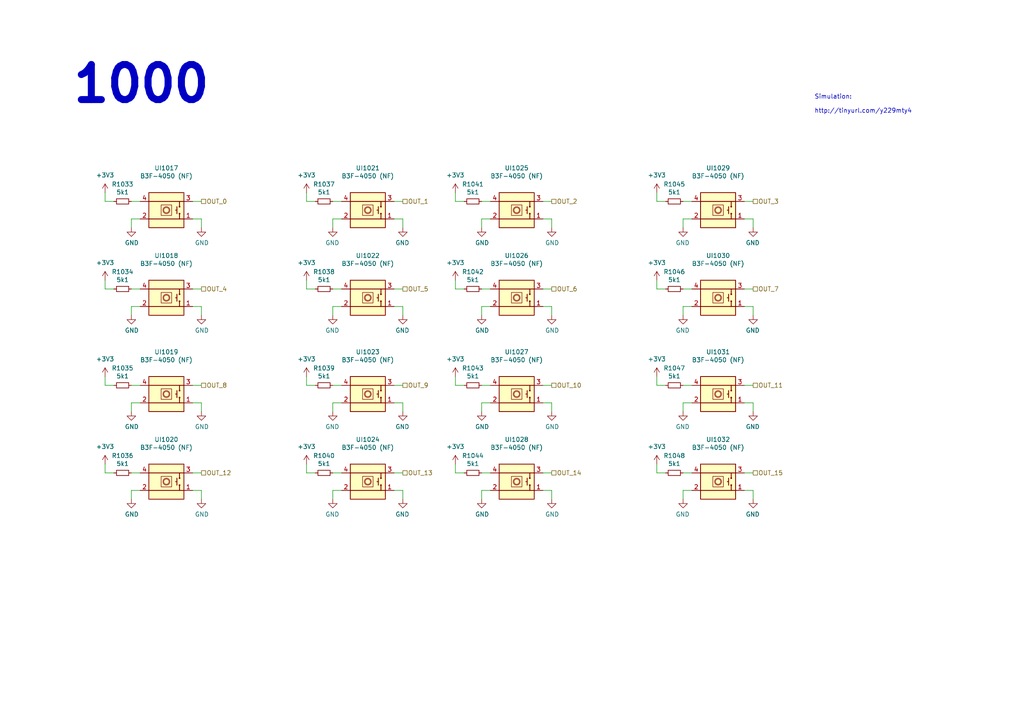
<source format=kicad_sch>
(kicad_sch (version 20230121) (generator eeschema)
  (paper "A4")
  (lib_symbols
    (symbol "power:+3V3" (power) (pin_names (offset 0))
      (property "Value" "+3V3" (at 0 3.556 0))
      (symbol "+3V3_0_1"
        (polyline (pts (xy -0.762 1.27) (xy 0 2.54)))
        (polyline (pts (xy 0 0) (xy 0 2.54)))
        (polyline (pts (xy 0 2.54) (xy 0.762 1.27)))
      )
      (symbol "+3V3_1_1"
        (pin power_in line (at 0 0 90) (length 0) hide (name "+3V3") (number "1"))
      )
    )
    (symbol "power:GND" (power) (pin_names (offset 0))
      (property "Value" "GND" (at 0 -3.81 0))
      (symbol "GND_0_1"
        (polyline (pts (xy 0 0) (xy 0 -1.27) (xy 1.27 -1.27) (xy 0 -2.54) (xy -1.27 -1.27) (xy 0 -1.27)))
      )
      (symbol "GND_1_1"
        (pin power_in line (at 0 0 270) (length 0) hide (name "GND") (number "1"))
      )
    )
    (symbol "suku_basics:RES" (pin_numbers hide) (pin_names (offset 0.254) hide)
      (property "Reference" "R" (at 0.762 0.508 0))
      (property "Value" "RES" (at 0.762 -1.016 0))
      (symbol "RES_1_1"
        (rectangle (start -0.762 1.778) (end 0.762 -1.778) (stroke (width 0.2032)))
        (pin passive line (at 0 2.54 270) (length 0.762) (name "~") (number "1"))
        (pin passive line (at 0 -2.54 90) (length 0.762) (name "~") (number "2"))
      )
    )
    (symbol "suku_basics:UI_Pushbutton_Omron" (pin_names (offset 0.254) hide)
      (property "Reference" "UI" (at 0 11.684 0))
      (property "Value" "UI_Pushbutton_Omron" (at 0 -11.684 0))
      (symbol "UI_Pushbutton_Omron_0_1"
        (rectangle (start -5.08 5.08) (end 5.08 -5.08) (stroke (width 0.254)) (fill (type background)))
        (rectangle (start -1.524 1.524) (end 1.524 -1.524))
        (polyline (pts (xy 3.048 0) (xy 2.667 0)) (stroke (width 0.254)))
        (polyline (pts (xy 3.048 1.016) (xy 3.048 -1.016)) (stroke (width 0.254)))
        (polyline (pts (xy 5.08 -2.54) (xy 3.81 -2.54) (xy 3.81 -1.016)) (stroke (width 0.254)))
        (polyline (pts (xy 5.08 2.54) (xy 3.81 2.54) (xy 3.81 1.016)) (stroke (width 0.254)))
        (circle (center 0 0) (radius 0.762))
        (circle (center 0 0) (radius 1.016))
        (circle (center 3.81 -1.016) (radius 0.127) (stroke (width 0.254)))
        (circle (center 3.81 1.016) (radius 0.127) (stroke (width 0.254)))
      )
      (symbol "UI_Pushbutton_Omron_1_1"
        (polyline (pts (xy 3.81 -2.54) (xy 3.048 -2.54) (xy -5.08 -2.54)) (stroke (width 0.254)))
        (polyline (pts (xy 3.81 2.54) (xy 3.048 2.54) (xy -5.08 2.54)) (stroke (width 0.254)))
        (pin passive line (at 7.62 -2.54 180) (length 2.54) (name "1") (number "1"))
        (pin passive line (at -7.62 -2.54 0) (length 2.54) (name "2") (number "2"))
        (pin passive line (at 7.62 2.54 180) (length 2.54) (name "3") (number "3"))
        (pin passive line (at -7.62 2.54 0) (length 2.54) (name "4") (number "4"))
        (pin no_connect line (at 0 -7.62 90) (length 2.54) hide (name "5") (number "5"))
        (pin no_connect line (at 0 7.62 270) (length 2.54) hide (name "6") (number "6"))
      )
    )
  )
  (wire (pts (xy 132.08 55.88) (xy 132.08 58.42)))
  (wire (pts (xy 142.24 111.76) (xy 139.7 111.76)))
  (wire (pts (xy 157.48 58.42) (xy 160.02 58.42)))
  (wire (pts (xy 200.66 58.42) (xy 198.12 58.42)))
  (wire (pts (xy 58.42 63.5) (xy 55.88 63.5)))
  (wire (pts (xy 116.84 116.84) (xy 114.3 116.84)))
  (wire (pts (xy 30.48 81.28) (xy 30.48 83.82)))
  (wire (pts (xy 198.12 119.38) (xy 198.12 116.84)))
  (wire (pts (xy 160.02 63.5) (xy 157.48 63.5)))
  (wire (pts (xy 190.5 111.76) (xy 193.04 111.76)))
  (wire (pts (xy 132.08 81.28) (xy 132.08 83.82)))
  (wire (pts (xy 218.44 137.16) (xy 215.9 137.16)))
  (wire (pts (xy 198.12 66.04) (xy 198.12 63.5)))
  (wire (pts (xy 99.06 111.76) (xy 96.52 111.76)))
  (wire (pts (xy 218.44 58.42) (xy 215.9 58.42)))
  (wire (pts (xy 40.64 111.76) (xy 38.1 111.76)))
  (wire (pts (xy 30.48 55.88) (xy 30.48 58.42)))
  (wire (pts (xy 116.84 111.76) (xy 114.3 111.76)))
  (wire (pts (xy 142.24 58.42) (xy 139.7 58.42)))
  (wire (pts (xy 218.44 63.5) (xy 215.9 63.5)))
  (wire (pts (xy 139.7 116.84) (xy 142.24 116.84)))
  (wire (pts (xy 218.44 88.9) (xy 215.9 88.9)))
  (wire (pts (xy 96.52 63.5) (xy 99.06 63.5)))
  (wire (pts (xy 218.44 91.44) (xy 218.44 88.9)))
  (wire (pts (xy 58.42 116.84) (xy 55.88 116.84)))
  (wire (pts (xy 55.88 111.76) (xy 58.42 111.76)))
  (wire (pts (xy 160.02 119.38) (xy 160.02 116.84)))
  (wire (pts (xy 88.9 58.42) (xy 88.9 55.88)))
  (wire (pts (xy 99.06 58.42) (xy 96.52 58.42)))
  (wire (pts (xy 160.02 66.04) (xy 160.02 63.5)))
  (wire (pts (xy 157.48 83.82) (xy 160.02 83.82)))
  (wire (pts (xy 40.64 83.82) (xy 38.1 83.82)))
  (wire (pts (xy 198.12 63.5) (xy 200.66 63.5)))
  (wire (pts (xy 190.5 83.82) (xy 190.5 81.28)))
  (wire (pts (xy 116.84 91.44) (xy 116.84 88.9)))
  (wire (pts (xy 198.12 88.9) (xy 200.66 88.9)))
  (wire (pts (xy 132.08 83.82) (xy 134.62 83.82)))
  (wire (pts (xy 38.1 142.24) (xy 40.64 142.24)))
  (wire (pts (xy 38.1 144.78) (xy 38.1 142.24)))
  (wire (pts (xy 38.1 119.38) (xy 38.1 116.84)))
  (wire (pts (xy 30.48 137.16) (xy 33.02 137.16)))
  (wire (pts (xy 139.7 88.9) (xy 142.24 88.9)))
  (wire (pts (xy 200.66 83.82) (xy 198.12 83.82)))
  (wire (pts (xy 218.44 144.78) (xy 218.44 142.24)))
  (wire (pts (xy 88.9 137.16) (xy 88.9 134.62)))
  (wire (pts (xy 198.12 142.24) (xy 200.66 142.24)))
  (wire (pts (xy 58.42 142.24) (xy 55.88 142.24)))
  (wire (pts (xy 116.84 63.5) (xy 114.3 63.5)))
  (wire (pts (xy 38.1 63.5) (xy 40.64 63.5)))
  (wire (pts (xy 99.06 83.82) (xy 96.52 83.82)))
  (wire (pts (xy 55.88 58.42) (xy 58.42 58.42)))
  (wire (pts (xy 30.48 109.22) (xy 30.48 111.76)))
  (wire (pts (xy 160.02 91.44) (xy 160.02 88.9)))
  (wire (pts (xy 55.88 83.82) (xy 58.42 83.82)))
  (wire (pts (xy 160.02 116.84) (xy 157.48 116.84)))
  (wire (pts (xy 96.52 116.84) (xy 99.06 116.84)))
  (wire (pts (xy 139.7 66.04) (xy 139.7 63.5)))
  (wire (pts (xy 116.84 58.42) (xy 114.3 58.42)))
  (wire (pts (xy 96.52 142.24) (xy 99.06 142.24)))
  (wire (pts (xy 96.52 91.44) (xy 96.52 88.9)))
  (wire (pts (xy 190.5 83.82) (xy 193.04 83.82)))
  (wire (pts (xy 218.44 116.84) (xy 215.9 116.84)))
  (wire (pts (xy 38.1 116.84) (xy 40.64 116.84)))
  (wire (pts (xy 157.48 137.16) (xy 160.02 137.16)))
  (wire (pts (xy 116.84 83.82) (xy 114.3 83.82)))
  (wire (pts (xy 160.02 144.78) (xy 160.02 142.24)))
  (wire (pts (xy 139.7 142.24) (xy 142.24 142.24)))
  (wire (pts (xy 218.44 83.82) (xy 215.9 83.82)))
  (wire (pts (xy 190.5 58.42) (xy 193.04 58.42)))
  (wire (pts (xy 218.44 66.04) (xy 218.44 63.5)))
  (wire (pts (xy 40.64 137.16) (xy 38.1 137.16)))
  (wire (pts (xy 116.84 144.78) (xy 116.84 142.24)))
  (wire (pts (xy 190.5 137.16) (xy 193.04 137.16)))
  (wire (pts (xy 58.42 66.04) (xy 58.42 63.5)))
  (wire (pts (xy 198.12 116.84) (xy 200.66 116.84)))
  (wire (pts (xy 198.12 91.44) (xy 198.12 88.9)))
  (wire (pts (xy 40.64 58.42) (xy 38.1 58.42)))
  (wire (pts (xy 190.5 58.42) (xy 190.5 55.88)))
  (wire (pts (xy 88.9 83.82) (xy 91.44 83.82)))
  (wire (pts (xy 116.84 137.16) (xy 114.3 137.16)))
  (wire (pts (xy 55.88 137.16) (xy 58.42 137.16)))
  (wire (pts (xy 30.48 134.62) (xy 30.48 137.16)))
  (wire (pts (xy 132.08 109.22) (xy 132.08 111.76)))
  (wire (pts (xy 218.44 111.76) (xy 215.9 111.76)))
  (wire (pts (xy 99.06 137.16) (xy 96.52 137.16)))
  (wire (pts (xy 132.08 111.76) (xy 134.62 111.76)))
  (wire (pts (xy 88.9 83.82) (xy 88.9 81.28)))
  (wire (pts (xy 142.24 83.82) (xy 139.7 83.82)))
  (wire (pts (xy 58.42 91.44) (xy 58.42 88.9)))
  (wire (pts (xy 88.9 111.76) (xy 91.44 111.76)))
  (wire (pts (xy 30.48 111.76) (xy 33.02 111.76)))
  (wire (pts (xy 88.9 137.16) (xy 91.44 137.16)))
  (wire (pts (xy 142.24 137.16) (xy 139.7 137.16)))
  (wire (pts (xy 96.52 144.78) (xy 96.52 142.24)))
  (wire (pts (xy 58.42 144.78) (xy 58.42 142.24)))
  (wire (pts (xy 38.1 91.44) (xy 38.1 88.9)))
  (wire (pts (xy 30.48 83.82) (xy 33.02 83.82)))
  (wire (pts (xy 116.84 142.24) (xy 114.3 142.24)))
  (wire (pts (xy 38.1 66.04) (xy 38.1 63.5)))
  (wire (pts (xy 190.5 111.76) (xy 190.5 109.22)))
  (wire (pts (xy 218.44 119.38) (xy 218.44 116.84)))
  (wire (pts (xy 190.5 137.16) (xy 190.5 134.62)))
  (wire (pts (xy 218.44 142.24) (xy 215.9 142.24)))
  (wire (pts (xy 58.42 119.38) (xy 58.42 116.84)))
  (wire (pts (xy 200.66 111.76) (xy 198.12 111.76)))
  (wire (pts (xy 38.1 88.9) (xy 40.64 88.9)))
  (wire (pts (xy 58.42 88.9) (xy 55.88 88.9)))
  (wire (pts (xy 116.84 119.38) (xy 116.84 116.84)))
  (wire (pts (xy 139.7 144.78) (xy 139.7 142.24)))
  (wire (pts (xy 96.52 119.38) (xy 96.52 116.84)))
  (wire (pts (xy 157.48 111.76) (xy 160.02 111.76)))
  (wire (pts (xy 116.84 88.9) (xy 114.3 88.9)))
  (wire (pts (xy 96.52 88.9) (xy 99.06 88.9)))
  (wire (pts (xy 198.12 144.78) (xy 198.12 142.24)))
  (wire (pts (xy 160.02 88.9) (xy 157.48 88.9)))
  (wire (pts (xy 139.7 91.44) (xy 139.7 88.9)))
  (wire (pts (xy 132.08 134.62) (xy 132.08 137.16)))
  (wire (pts (xy 139.7 63.5) (xy 142.24 63.5)))
  (wire (pts (xy 160.02 142.24) (xy 157.48 142.24)))
  (wire (pts (xy 139.7 119.38) (xy 139.7 116.84)))
  (wire (pts (xy 116.84 66.04) (xy 116.84 63.5)))
  (wire (pts (xy 132.08 137.16) (xy 134.62 137.16)))
  (wire (pts (xy 200.66 137.16) (xy 198.12 137.16)))
  (wire (pts (xy 88.9 58.42) (xy 91.44 58.42)))
  (wire (pts (xy 88.9 111.76) (xy 88.9 109.22)))
  (wire (pts (xy 30.48 58.42) (xy 33.02 58.42)))
  (wire (pts (xy 96.52 66.04) (xy 96.52 63.5)))
  (wire (pts (xy 132.08 58.42) (xy 134.62 58.42)))
  (text "1000" (at 20.32 30.48 0) (effects (font (size 10.16 10.16) (thickness 2.032) bold) (justify left bottom)))
  (text "Simulation:\n\nhttp://tinyurl.com/y229mty4" (at 236.22 33.02 0) (effects (font (size 1.27 1.27)) (justify left bottom)))
  (hierarchical_label "OUT_3" (shape passive) (at 218.44 58.42 0))
  (hierarchical_label "OUT_5" (shape passive) (at 116.84 83.82 0))
  (hierarchical_label "OUT_13" (shape passive) (at 116.84 137.16 0))
  (hierarchical_label "OUT_2" (shape passive) (at 160.02 58.42 0))
  (hierarchical_label "OUT_12" (shape passive) (at 58.42 137.16 0))
  (hierarchical_label "OUT_11" (shape passive) (at 218.44 111.76 0))
  (hierarchical_label "OUT_10" (shape passive) (at 160.02 111.76 0))
  (hierarchical_label "OUT_0" (shape passive) (at 58.42 58.42 0))
  (hierarchical_label "OUT_7" (shape passive) (at 218.44 83.82 0))
  (hierarchical_label "OUT_6" (shape passive) (at 160.02 83.82 0))
  (hierarchical_label "OUT_9" (shape passive) (at 116.84 111.76 0))
  (hierarchical_label "OUT_8" (shape passive) (at 58.42 111.76 0))
  (hierarchical_label "OUT_1" (shape passive) (at 116.84 58.42 0))
  (hierarchical_label "OUT_4" (shape passive) (at 58.42 83.82 0))
  (hierarchical_label "OUT_14" (shape passive) (at 160.02 137.16 0))
  (hierarchical_label "OUT_15" (shape passive) (at 218.44 137.16 0))
  (symbol (lib_id "suku_basics:UI_Pushbutton_Omron") (at 48.26 139.7 0) (unit 1)
    (property "Reference" "UI1020" (at 48.26 127.4826 0))
    (property "Value" "B3F-4050 (NF)" (at 48.26 129.794 0))
    (property "Footprint" "suku_basics:UI_BUTTON_OMRON" (effects hide))
  )
  (symbol (lib_id "suku_basics:UI_Pushbutton_Omron") (at 106.68 139.7 0) (unit 1)
    (property "Reference" "UI1024" (at 106.68 127.4826 0))
    (property "Value" "B3F-4050 (NF)" (at 106.68 129.794 0))
    (property "Footprint" "suku_basics:UI_BUTTON_OMRON" (effects hide))
  )
  (symbol (lib_id "suku_basics:UI_Pushbutton_Omron") (at 149.86 139.7 0) (unit 1)
    (property "Reference" "UI1028" (at 149.86 127.4826 0))
    (property "Value" "B3F-4050 (NF)" (at 149.86 129.794 0))
    (property "Footprint" "suku_basics:UI_BUTTON_OMRON" (effects hide))
  )
  (symbol (lib_id "suku_basics:UI_Pushbutton_Omron") (at 208.28 139.7 0) (unit 1)
    (property "Reference" "UI1032" (at 208.28 127.4826 0))
    (property "Value" "B3F-4050 (NF)" (at 208.28 129.794 0))
    (property "Footprint" "suku_basics:UI_BUTTON_OMRON" (effects hide))
  )
  (symbol (lib_id "power:GND") (at 38.1 144.78 0) (unit 1)
    (property "Reference" "#PWR01064" (effects hide))
    (property "Value" "GND" (at 38.227 149.1742 0))
  )
  (symbol (lib_id "power:GND") (at 58.42 144.78 0) (unit 1)
    (property "Reference" "#PWR01068" (effects hide))
    (property "Value" "GND" (at 58.547 149.1742 0))
  )
  (symbol (lib_id "suku_basics:RES") (at 35.56 137.16 270) (unit 1)
    (property "Reference" "R1036" (at 35.56 132.1816 90))
    (property "Value" "5k1" (at 35.56 134.493 90))
    (property "Footprint" "suku_basics:RES_0402" (effects hide))
  )
  (symbol (lib_id "power:GND") (at 116.84 144.78 0) (mirror y) (unit 1)
    (property "Reference" "#PWR01080" (effects hide))
    (property "Value" "GND" (at 116.713 149.1742 0))
  )
  (symbol (lib_id "power:GND") (at 96.52 144.78 0) (mirror y) (unit 1)
    (property "Reference" "#PWR01076" (effects hide))
    (property "Value" "GND" (at 96.393 149.1742 0))
  )
  (symbol (lib_id "suku_basics:RES") (at 93.98 137.16 270) (unit 1)
    (property "Reference" "R1040" (at 93.98 132.1816 90))
    (property "Value" "5k1" (at 93.98 134.493 90))
    (property "Footprint" "suku_basics:RES_0402" (effects hide))
  )
  (symbol (lib_id "power:GND") (at 139.7 144.78 0) (unit 1)
    (property "Reference" "#PWR01088" (effects hide))
    (property "Value" "GND" (at 139.827 149.1742 0))
  )
  (symbol (lib_id "power:GND") (at 160.02 144.78 0) (unit 1)
    (property "Reference" "#PWR01092" (effects hide))
    (property "Value" "GND" (at 160.147 149.1742 0))
  )
  (symbol (lib_id "suku_basics:RES") (at 137.16 137.16 270) (unit 1)
    (property "Reference" "R1044" (at 137.16 132.1816 90))
    (property "Value" "5k1" (at 137.16 134.493 90))
    (property "Footprint" "suku_basics:RES_0402" (effects hide))
  )
  (symbol (lib_id "power:GND") (at 218.44 144.78 0) (mirror y) (unit 1)
    (property "Reference" "#PWR01104" (effects hide))
    (property "Value" "GND" (at 218.313 149.1742 0))
  )
  (symbol (lib_id "power:GND") (at 198.12 144.78 0) (mirror y) (unit 1)
    (property "Reference" "#PWR01100" (effects hide))
    (property "Value" "GND" (at 197.993 149.1742 0))
  )
  (symbol (lib_id "suku_basics:RES") (at 195.58 137.16 270) (unit 1)
    (property "Reference" "R1048" (at 195.58 132.1816 90))
    (property "Value" "5k1" (at 195.58 134.493 90))
    (property "Footprint" "suku_basics:RES_0402" (effects hide))
  )
  (symbol (lib_id "power:GND") (at 96.52 66.04 0) (mirror y) (unit 1)
    (property "Reference" "#PWR01073" (effects hide))
    (property "Value" "GND" (at 96.393 70.4342 0))
  )
  (symbol (lib_id "power:GND") (at 218.44 91.44 0) (mirror y) (unit 1)
    (property "Reference" "#PWR01102" (effects hide))
    (property "Value" "GND" (at 218.313 95.8342 0))
  )
  (symbol (lib_id "power:+3V3") (at 132.08 109.22 0) (unit 1)
    (property "Reference" "#PWR01083" (effects hide))
    (property "Value" "+3V3" (at 132.08 104.14 0))
  )
  (symbol (lib_id "power:GND") (at 96.52 91.44 0) (mirror y) (unit 1)
    (property "Reference" "#PWR01074" (effects hide))
    (property "Value" "GND" (at 96.393 95.8342 0))
  )
  (symbol (lib_id "suku_basics:RES") (at 137.16 58.42 270) (unit 1)
    (property "Reference" "R1041" (at 137.16 53.4416 90))
    (property "Value" "5k1" (at 137.16 55.753 90))
    (property "Footprint" "suku_basics:RES_0402" (effects hide))
  )
  (symbol (lib_id "power:GND") (at 96.52 119.38 0) (mirror y) (unit 1)
    (property "Reference" "#PWR01075" (effects hide))
    (property "Value" "GND" (at 96.393 123.7742 0))
  )
  (symbol (lib_id "power:+3V3") (at 190.5 109.22 0) (mirror y) (unit 1)
    (property "Reference" "#PWR01095" (effects hide))
    (property "Value" "+3V3" (at 190.5 104.14 0))
  )
  (symbol (lib_id "power:+3V3") (at 30.48 134.62 0) (unit 1)
    (property "Reference" "#PWR01060" (effects hide))
    (property "Value" "+3V3" (at 30.48 129.54 0))
  )
  (symbol (lib_id "suku_basics:UI_Pushbutton_Omron") (at 106.68 86.36 0) (unit 1)
    (property "Reference" "UI1022" (at 106.68 74.1426 0))
    (property "Value" "B3F-4050 (NF)" (at 106.68 76.454 0))
    (property "Footprint" "suku_basics:UI_BUTTON_OMRON" (effects hide))
  )
  (symbol (lib_id "power:+3V3") (at 132.08 134.62 0) (unit 1)
    (property "Reference" "#PWR01084" (effects hide))
    (property "Value" "+3V3" (at 132.08 129.54 0))
  )
  (symbol (lib_id "power:+3V3") (at 132.08 81.28 0) (unit 1)
    (property "Reference" "#PWR01082" (effects hide))
    (property "Value" "+3V3" (at 132.08 76.2 0))
  )
  (symbol (lib_id "power:GND") (at 38.1 119.38 0) (unit 1)
    (property "Reference" "#PWR01063" (effects hide))
    (property "Value" "GND" (at 38.227 123.7742 0))
  )
  (symbol (lib_id "suku_basics:UI_Pushbutton_Omron") (at 149.86 114.3 0) (unit 1)
    (property "Reference" "UI1027" (at 149.86 102.0826 0))
    (property "Value" "B3F-4050 (NF)" (at 149.86 104.394 0))
    (property "Footprint" "suku_basics:UI_BUTTON_OMRON" (effects hide))
  )
  (symbol (lib_id "suku_basics:UI_Pushbutton_Omron") (at 106.68 114.3 0) (unit 1)
    (property "Reference" "UI1023" (at 106.68 102.0826 0))
    (property "Value" "B3F-4050 (NF)" (at 106.68 104.394 0))
    (property "Footprint" "suku_basics:UI_BUTTON_OMRON" (effects hide))
  )
  (symbol (lib_id "power:GND") (at 58.42 119.38 0) (unit 1)
    (property "Reference" "#PWR01067" (effects hide))
    (property "Value" "GND" (at 58.547 123.7742 0))
  )
  (symbol (lib_id "suku_basics:RES") (at 93.98 58.42 270) (unit 1)
    (property "Reference" "R1037" (at 93.98 53.4416 90))
    (property "Value" "5k1" (at 93.98 55.753 90))
    (property "Footprint" "suku_basics:RES_0402" (effects hide))
  )
  (symbol (lib_id "power:GND") (at 139.7 91.44 0) (unit 1)
    (property "Reference" "#PWR01086" (effects hide))
    (property "Value" "GND" (at 139.827 95.8342 0))
  )
  (symbol (lib_id "power:GND") (at 38.1 66.04 0) (unit 1)
    (property "Reference" "#PWR01061" (effects hide))
    (property "Value" "GND" (at 38.227 70.4342 0))
  )
  (symbol (lib_id "power:GND") (at 139.7 119.38 0) (unit 1)
    (property "Reference" "#PWR01087" (effects hide))
    (property "Value" "GND" (at 139.827 123.7742 0))
  )
  (symbol (lib_id "power:GND") (at 198.12 119.38 0) (mirror y) (unit 1)
    (property "Reference" "#PWR01099" (effects hide))
    (property "Value" "GND" (at 197.993 123.7742 0))
  )
  (symbol (lib_id "power:+3V3") (at 88.9 134.62 0) (mirror y) (unit 1)
    (property "Reference" "#PWR01072" (effects hide))
    (property "Value" "+3V3" (at 88.9 129.54 0))
  )
  (symbol (lib_id "power:+3V3") (at 190.5 134.62 0) (mirror y) (unit 1)
    (property "Reference" "#PWR01096" (effects hide))
    (property "Value" "+3V3" (at 190.5 129.54 0))
  )
  (symbol (lib_id "power:GND") (at 116.84 91.44 0) (mirror y) (unit 1)
    (property "Reference" "#PWR01078" (effects hide))
    (property "Value" "GND" (at 116.713 95.8342 0))
  )
  (symbol (lib_id "suku_basics:UI_Pushbutton_Omron") (at 48.26 114.3 0) (unit 1)
    (property "Reference" "UI1019" (at 48.26 102.0826 0))
    (property "Value" "B3F-4050 (NF)" (at 48.26 104.394 0))
    (property "Footprint" "suku_basics:UI_BUTTON_OMRON" (effects hide))
  )
  (symbol (lib_id "suku_basics:RES") (at 195.58 83.82 270) (unit 1)
    (property "Reference" "R1046" (at 195.58 78.8416 90))
    (property "Value" "5k1" (at 195.58 81.153 90))
    (property "Footprint" "suku_basics:RES_0402" (effects hide))
  )
  (symbol (lib_id "power:+3V3") (at 30.48 109.22 0) (unit 1)
    (property "Reference" "#PWR01059" (effects hide))
    (property "Value" "+3V3" (at 30.48 104.14 0))
  )
  (symbol (lib_id "power:GND") (at 160.02 91.44 0) (unit 1)
    (property "Reference" "#PWR01090" (effects hide))
    (property "Value" "GND" (at 160.147 95.8342 0))
  )
  (symbol (lib_id "suku_basics:RES") (at 195.58 58.42 270) (unit 1)
    (property "Reference" "R1045" (at 195.58 53.4416 90))
    (property "Value" "5k1" (at 195.58 55.753 90))
    (property "Footprint" "suku_basics:RES_0402" (effects hide))
  )
  (symbol (lib_id "power:+3V3") (at 88.9 55.88 0) (mirror y) (unit 1)
    (property "Reference" "#PWR01069" (effects hide))
    (property "Value" "+3V3" (at 88.9 50.8 0))
  )
  (symbol (lib_id "power:+3V3") (at 88.9 109.22 0) (mirror y) (unit 1)
    (property "Reference" "#PWR01071" (effects hide))
    (property "Value" "+3V3" (at 88.9 104.14 0))
  )
  (symbol (lib_id "power:GND") (at 198.12 66.04 0) (mirror y) (unit 1)
    (property "Reference" "#PWR01097" (effects hide))
    (property "Value" "GND" (at 197.993 70.4342 0))
  )
  (symbol (lib_id "suku_basics:UI_Pushbutton_Omron") (at 208.28 114.3 0) (unit 1)
    (property "Reference" "UI1031" (at 208.28 102.0826 0))
    (property "Value" "B3F-4050 (NF)" (at 208.28 104.394 0))
    (property "Footprint" "suku_basics:UI_BUTTON_OMRON" (effects hide))
  )
  (symbol (lib_id "suku_basics:RES") (at 195.58 111.76 270) (unit 1)
    (property "Reference" "R1047" (at 195.58 106.7816 90))
    (property "Value" "5k1" (at 195.58 109.093 90))
    (property "Footprint" "suku_basics:RES_0402" (effects hide))
  )
  (symbol (lib_id "suku_basics:UI_Pushbutton_Omron") (at 48.26 60.96 0) (unit 1)
    (property "Reference" "UI1017" (at 48.26 48.7426 0))
    (property "Value" "B3F-4050 (NF)" (at 48.26 51.054 0))
    (property "Footprint" "suku_basics:UI_BUTTON_OMRON" (effects hide))
  )
  (symbol (lib_id "suku_basics:UI_Pushbutton_Omron") (at 106.68 60.96 0) (unit 1)
    (property "Reference" "UI1021" (at 106.68 48.7426 0))
    (property "Value" "B3F-4050 (NF)" (at 106.68 51.054 0))
    (property "Footprint" "suku_basics:UI_BUTTON_OMRON" (effects hide))
  )
  (symbol (lib_id "power:+3V3") (at 30.48 81.28 0) (unit 1)
    (property "Reference" "#PWR01058" (effects hide))
    (property "Value" "+3V3" (at 30.48 76.2 0))
  )
  (symbol (lib_id "power:GND") (at 218.44 119.38 0) (mirror y) (unit 1)
    (property "Reference" "#PWR01103" (effects hide))
    (property "Value" "GND" (at 218.313 123.7742 0))
  )
  (symbol (lib_id "power:GND") (at 116.84 119.38 0) (mirror y) (unit 1)
    (property "Reference" "#PWR01079" (effects hide))
    (property "Value" "GND" (at 116.713 123.7742 0))
  )
  (symbol (lib_id "suku_basics:RES") (at 93.98 111.76 270) (unit 1)
    (property "Reference" "R1039" (at 93.98 106.7816 90))
    (property "Value" "5k1" (at 93.98 109.093 90))
    (property "Footprint" "suku_basics:RES_0402" (effects hide))
  )
  (symbol (lib_id "power:GND") (at 198.12 91.44 0) (mirror y) (unit 1)
    (property "Reference" "#PWR01098" (effects hide))
    (property "Value" "GND" (at 197.993 95.8342 0))
  )
  (symbol (lib_id "suku_basics:UI_Pushbutton_Omron") (at 149.86 86.36 0) (unit 1)
    (property "Reference" "UI1026" (at 149.86 74.1426 0))
    (property "Value" "B3F-4050 (NF)" (at 149.86 76.454 0))
    (property "Footprint" "suku_basics:UI_BUTTON_OMRON" (effects hide))
  )
  (symbol (lib_id "power:GND") (at 58.42 66.04 0) (unit 1)
    (property "Reference" "#PWR01065" (effects hide))
    (property "Value" "GND" (at 58.547 70.4342 0))
  )
  (symbol (lib_id "suku_basics:RES") (at 93.98 83.82 270) (unit 1)
    (property "Reference" "R1038" (at 93.98 78.8416 90))
    (property "Value" "5k1" (at 93.98 81.153 90))
    (property "Footprint" "suku_basics:RES_0402" (effects hide))
  )
  (symbol (lib_id "power:GND") (at 38.1 91.44 0) (unit 1)
    (property "Reference" "#PWR01062" (effects hide))
    (property "Value" "GND" (at 38.227 95.8342 0))
  )
  (symbol (lib_id "power:GND") (at 139.7 66.04 0) (unit 1)
    (property "Reference" "#PWR01085" (effects hide))
    (property "Value" "GND" (at 139.827 70.4342 0))
  )
  (symbol (lib_id "suku_basics:RES") (at 137.16 111.76 270) (unit 1)
    (property "Reference" "R1043" (at 137.16 106.7816 90))
    (property "Value" "5k1" (at 137.16 109.093 90))
    (property "Footprint" "suku_basics:RES_0402" (effects hide))
  )
  (symbol (lib_id "power:GND") (at 116.84 66.04 0) (mirror y) (unit 1)
    (property "Reference" "#PWR01077" (effects hide))
    (property "Value" "GND" (at 116.713 70.4342 0))
  )
  (symbol (lib_id "power:GND") (at 58.42 91.44 0) (unit 1)
    (property "Reference" "#PWR01066" (effects hide))
    (property "Value" "GND" (at 58.547 95.8342 0))
  )
  (symbol (lib_id "suku_basics:UI_Pushbutton_Omron") (at 48.26 86.36 0) (unit 1)
    (property "Reference" "UI1018" (at 48.26 74.1426 0))
    (property "Value" "B3F-4050 (NF)" (at 48.26 76.454 0))
    (property "Footprint" "suku_basics:UI_BUTTON_OMRON" (effects hide))
  )
  (symbol (lib_id "power:+3V3") (at 190.5 81.28 0) (mirror y) (unit 1)
    (property "Reference" "#PWR01094" (effects hide))
    (property "Value" "+3V3" (at 190.5 76.2 0))
  )
  (symbol (lib_id "power:+3V3") (at 30.48 55.88 0) (unit 1)
    (property "Reference" "#PWR01057" (effects hide))
    (property "Value" "+3V3" (at 30.48 50.8 0))
  )
  (symbol (lib_id "power:+3V3") (at 190.5 55.88 0) (mirror y) (unit 1)
    (property "Reference" "#PWR01093" (effects hide))
    (property "Value" "+3V3" (at 190.5 50.8 0))
  )
  (symbol (lib_id "suku_basics:RES") (at 35.56 111.76 270) (unit 1)
    (property "Reference" "R1035" (at 35.56 106.7816 90))
    (property "Value" "5k1" (at 35.56 109.093 90))
    (property "Footprint" "suku_basics:RES_0402" (effects hide))
  )
  (symbol (lib_id "suku_basics:UI_Pushbutton_Omron") (at 208.28 60.96 0) (unit 1)
    (property "Reference" "UI1029" (at 208.28 48.7426 0))
    (property "Value" "B3F-4050 (NF)" (at 208.28 51.054 0))
    (property "Footprint" "suku_basics:UI_BUTTON_OMRON" (effects hide))
  )
  (symbol (lib_id "suku_basics:RES") (at 35.56 83.82 270) (unit 1)
    (property "Reference" "R1034" (at 35.56 78.8416 90))
    (property "Value" "5k1" (at 35.56 81.153 90))
    (property "Footprint" "suku_basics:RES_0402" (effects hide))
  )
  (symbol (lib_id "suku_basics:UI_Pushbutton_Omron") (at 149.86 60.96 0) (unit 1)
    (property "Reference" "UI1025" (at 149.86 48.7426 0))
    (property "Value" "B3F-4050 (NF)" (at 149.86 51.054 0))
    (property "Footprint" "suku_basics:UI_BUTTON_OMRON" (effects hide))
  )
  (symbol (lib_id "power:+3V3") (at 88.9 81.28 0) (mirror y) (unit 1)
    (property "Reference" "#PWR01070" (effects hide))
    (property "Value" "+3V3" (at 88.9 76.2 0))
  )
  (symbol (lib_id "power:GND") (at 218.44 66.04 0) (mirror y) (unit 1)
    (property "Reference" "#PWR01101" (effects hide))
    (property "Value" "GND" (at 218.313 70.4342 0))
  )
  (symbol (lib_id "suku_basics:RES") (at 35.56 58.42 270) (unit 1)
    (property "Reference" "R1033" (at 35.56 53.4416 90))
    (property "Value" "5k1" (at 35.56 55.753 90))
    (property "Footprint" "suku_basics:RES_0402" (effects hide))
  )
  (symbol (lib_id "suku_basics:UI_Pushbutton_Omron") (at 208.28 86.36 0) (unit 1)
    (property "Reference" "UI1030" (at 208.28 74.1426 0))
    (property "Value" "B3F-4050 (NF)" (at 208.28 76.454 0))
    (property "Footprint" "suku_basics:UI_BUTTON_OMRON" (effects hide))
  )
  (symbol (lib_id "power:GND") (at 160.02 119.38 0) (unit 1)
    (property "Reference" "#PWR01091" (effects hide))
    (property "Value" "GND" (at 160.147 123.7742 0))
  )
  (symbol (lib_id "power:GND") (at 160.02 66.04 0) (unit 1)
    (property "Reference" "#PWR01089" (effects hide))
    (property "Value" "GND" (at 160.147 70.4342 0))
  )
  (symbol (lib_id "suku_basics:RES") (at 137.16 83.82 270) (unit 1)
    (property "Reference" "R1042" (at 137.16 78.8416 90))
    (property "Value" "5k1" (at 137.16 81.153 90))
    (property "Footprint" "suku_basics:RES_0402" (effects hide))
  )
  (symbol (lib_id "power:+3V3") (at 132.08 55.88 0) (unit 1)
    (property "Reference" "#PWR01081" (effects hide))
    (property "Value" "+3V3" (at 132.08 50.8 0))
  )
)
</source>
